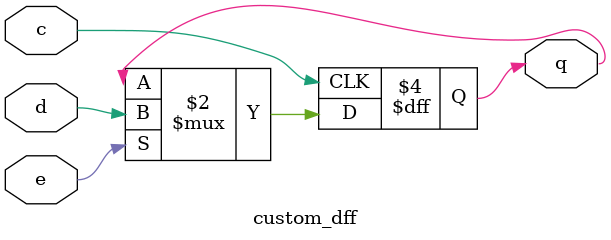
<source format=v>


module clk_buf_pll_ff (
    input  wire data_i,
    input wire clk,
    input  wire enable,
    output wire data_o
);
    wire clk_i_buf;
    wire const1;
    wire pll_clk_div4;

    assign const1 = 1;

    CLK_BUF clock_buffer (.I(clk), .O(clk_i_buf));
    
    custom_dff flip_flop(.d(data_i), .c(pll_clk_div4), .e(enable), .q(data_o));

    PLL #(.PLL_MULT(16), .PLL_DIV(1), .PLL_POST_DIV(2)) clk_pll_gen (
        .PLL_EN(const1), // PLL Enable
        .CLK_IN(clk_i_buf), // Clock input
        .CLK_OUT_DIV4(pll_clk_div4)
        );

endmodule


module custom_dff(
    input wire d,
    input wire c,
    input wire e,
    output reg q
);
    always @(posedge c) begin
        if(e)q <= d;
    end
endmodule
</source>
